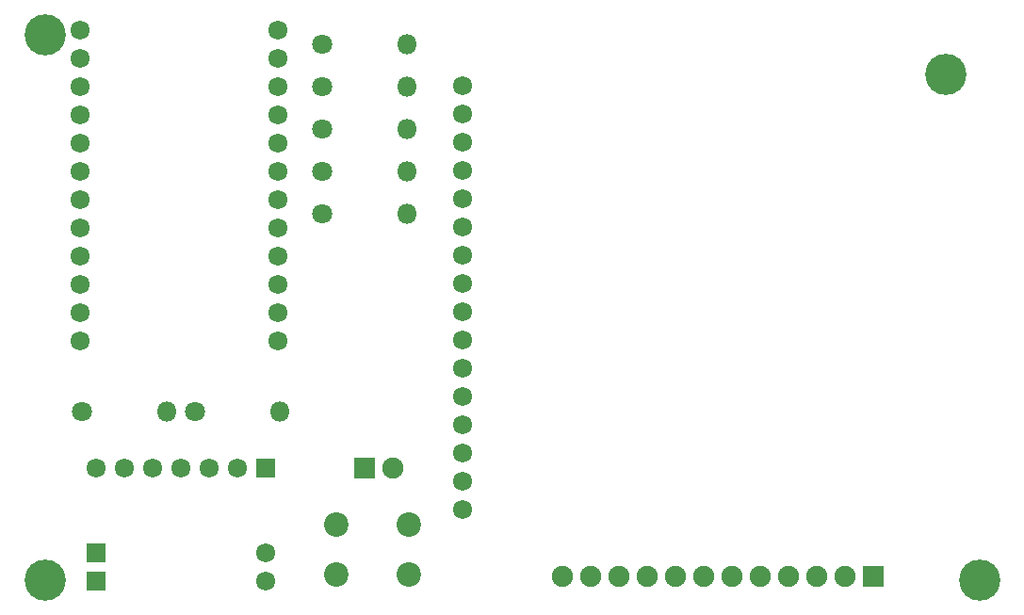
<source format=gts>
G04 #@! TF.GenerationSoftware,KiCad,Pcbnew,5.1.5+dfsg1-2build2*
G04 #@! TF.CreationDate,2021-12-20T12:54:09+09:00*
G04 #@! TF.ProjectId,genesis-sound-card-rev2,67656e65-7369-4732-9d73-6f756e642d63,rev?*
G04 #@! TF.SameCoordinates,Original*
G04 #@! TF.FileFunction,Soldermask,Top*
G04 #@! TF.FilePolarity,Negative*
%FSLAX46Y46*%
G04 Gerber Fmt 4.6, Leading zero omitted, Abs format (unit mm)*
G04 Created by KiCad (PCBNEW 5.1.5+dfsg1-2build2) date 2021-12-20 12:54:09*
%MOMM*%
%LPD*%
G04 APERTURE LIST*
%ADD10R,1.724000X1.724000*%
%ADD11C,1.724000*%
%ADD12O,1.800000X1.800000*%
%ADD13C,1.800000*%
%ADD14O,1.900000X1.900000*%
%ADD15R,1.900000X1.900000*%
%ADD16C,2.200000*%
%ADD17C,3.700000*%
G04 APERTURE END LIST*
D10*
X47600000Y-111130000D03*
X47600000Y-108590000D03*
D11*
X62840000Y-111130000D03*
X62840000Y-108590000D03*
X47600000Y-100970000D03*
X50140000Y-100970000D03*
X52680000Y-100970000D03*
D10*
X62840000Y-100970000D03*
D11*
X60300000Y-100970000D03*
X57760000Y-100970000D03*
X55220000Y-100970000D03*
X46190000Y-89530000D03*
X46190000Y-86990000D03*
X46190000Y-84450000D03*
X46190000Y-81910000D03*
X46190000Y-79370000D03*
X46190000Y-76830000D03*
X46190000Y-74290000D03*
X46190000Y-71750000D03*
X46190000Y-69210000D03*
X46190000Y-66670000D03*
X46190000Y-64130000D03*
X46190000Y-61590000D03*
X63970000Y-61590000D03*
X63970000Y-64130000D03*
X63970000Y-66670000D03*
X63970000Y-69210000D03*
X63970000Y-71750000D03*
X63970000Y-74290000D03*
X63970000Y-76830000D03*
X63970000Y-79370000D03*
X63970000Y-81910000D03*
X63970000Y-84450000D03*
X63970000Y-86990000D03*
X63970000Y-89530000D03*
D12*
X75540000Y-62870000D03*
D13*
X67920000Y-62870000D03*
D12*
X75540000Y-70490000D03*
D13*
X67920000Y-70490000D03*
D14*
X74270000Y-100970000D03*
D15*
X71730000Y-100970000D03*
D12*
X75540000Y-66680000D03*
D13*
X67920000Y-66680000D03*
D12*
X75540000Y-74300000D03*
D13*
X67920000Y-74300000D03*
D12*
X75540000Y-78110000D03*
D13*
X67920000Y-78110000D03*
D16*
X75690000Y-106050000D03*
X75690000Y-110550000D03*
X69190000Y-106050000D03*
X69190000Y-110550000D03*
D14*
X89510000Y-110660000D03*
X92050000Y-110660000D03*
X94590000Y-110660000D03*
X97130000Y-110660000D03*
X99670000Y-110660000D03*
X102210000Y-110660000D03*
X104750000Y-110660000D03*
X107290000Y-110660000D03*
X109830000Y-110660000D03*
X112370000Y-110660000D03*
X114910000Y-110660000D03*
D15*
X117450000Y-110660000D03*
D11*
X80500000Y-104710000D03*
X80500000Y-102170000D03*
X80500000Y-99630000D03*
X80500000Y-97090000D03*
X80500000Y-94550000D03*
X80500000Y-92010000D03*
X80500000Y-89470000D03*
X80500000Y-86930000D03*
X80500000Y-84390000D03*
X80500000Y-81850000D03*
X80500000Y-79310000D03*
X80500000Y-76770000D03*
X80500000Y-74230000D03*
X80500000Y-71690000D03*
X80500000Y-69150000D03*
X80500000Y-66610000D03*
D12*
X64110000Y-95890000D03*
D13*
X56490000Y-95890000D03*
D12*
X53950000Y-95890000D03*
D13*
X46330000Y-95890000D03*
D17*
X124000000Y-65600000D03*
X127000000Y-111000000D03*
X43000000Y-111000000D03*
X43000000Y-62000000D03*
M02*

</source>
